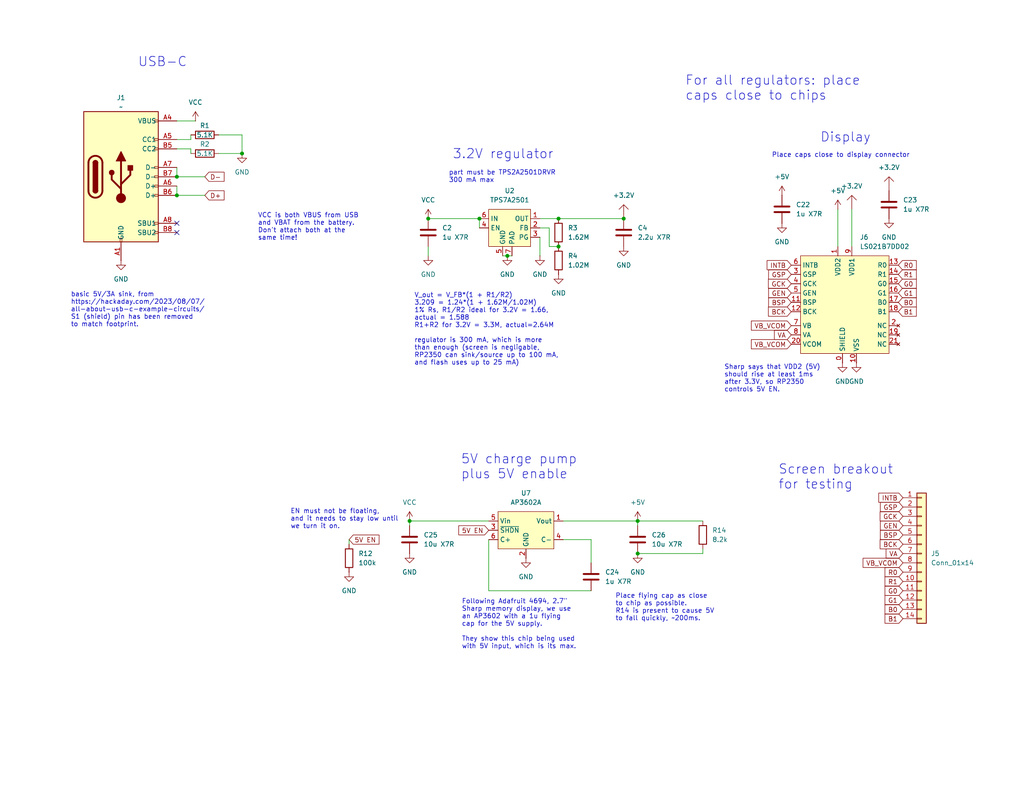
<source format=kicad_sch>
(kicad_sch (version 20250114) (generator "eeschema") (generator_version "9.0")
  (paper "USLetter")
  (lib_symbols
    (symbol "Connector_Generic:Conn_01x14" (pin_names (offset 1.016) (hide yes))
      (property "Reference" "J" (at 0 17.78 0))
      (property "Value" "Conn_01x14" (at 0 -20.32 0))
      (symbol "Conn_01x14_1_1"
        (rectangle (start -1.27 16.51) (end 1.27 -19.05) (stroke (width 0.254)) (fill (type background)))
        (rectangle (start -1.27 15.367) (end 0 15.113) (stroke (width 0.1524)))
        (rectangle (start -1.27 12.827) (end 0 12.573) (stroke (width 0.1524)))
        (rectangle (start -1.27 10.287) (end 0 10.033) (stroke (width 0.1524)))
        (rectangle (start -1.27 7.747) (end 0 7.493) (stroke (width 0.1524)))
        (rectangle (start -1.27 5.207) (end 0 4.953) (stroke (width 0.1524)))
        (rectangle (start -1.27 2.667) (end 0 2.413) (stroke (width 0.1524)))
        (rectangle (start -1.27 0.127) (end 0 -0.127) (stroke (width 0.1524)))
        (rectangle (start -1.27 -2.413) (end 0 -2.667) (stroke (width 0.1524)))
        (rectangle (start -1.27 -4.953) (end 0 -5.207) (stroke (width 0.1524)))
        (rectangle (start -1.27 -7.493) (end 0 -7.747) (stroke (width 0.1524)))
        (rectangle (start -1.27 -10.033) (end 0 -10.287) (stroke (width 0.1524)))
        (rectangle (start -1.27 -12.573) (end 0 -12.827) (stroke (width 0.1524)))
        (rectangle (start -1.27 -15.113) (end 0 -15.367) (stroke (width 0.1524)))
        (rectangle (start -1.27 -17.653) (end 0 -17.907) (stroke (width 0.1524)))
        (pin passive line (at -5.08 15.24 0) (length 3.81) (name "Pin_1") (number "1"))
        (pin passive line (at -5.08 12.7 0) (length 3.81) (name "Pin_2") (number "2"))
        (pin passive line (at -5.08 10.16 0) (length 3.81) (name "Pin_3") (number "3"))
        (pin passive line (at -5.08 7.62 0) (length 3.81) (name "Pin_4") (number "4"))
        (pin passive line (at -5.08 5.08 0) (length 3.81) (name "Pin_5") (number "5"))
        (pin passive line (at -5.08 2.54 0) (length 3.81) (name "Pin_6") (number "6"))
        (pin passive line (at -5.08 0 0) (length 3.81) (name "Pin_7") (number "7"))
        (pin passive line (at -5.08 -2.54 0) (length 3.81) (name "Pin_8") (number "8"))
        (pin passive line (at -5.08 -5.08 0) (length 3.81) (name "Pin_9") (number "9"))
        (pin passive line (at -5.08 -7.62 0) (length 3.81) (name "Pin_10") (number "10"))
        (pin passive line (at -5.08 -10.16 0) (length 3.81) (name "Pin_11") (number "11"))
        (pin passive line (at -5.08 -12.7 0) (length 3.81) (name "Pin_12") (number "12"))
        (pin passive line (at -5.08 -15.24 0) (length 3.81) (name "Pin_13") (number "13"))
        (pin passive line (at -5.08 -17.78 0) (length 3.81) (name "Pin_14") (number "14"))
      )
    )
    (symbol "Device:C" (pin_numbers (hide yes)) (pin_names (offset 0.254))
      (property "Reference" "C" (at 0.635 2.54 0))
      (property "Value" "C" (at 0.635 -2.54 0))
      (symbol "C_0_1"
        (polyline (pts (xy -2.032 0.762) (xy 2.032 0.762)) (stroke (width 0.508)))
        (polyline (pts (xy -2.032 -0.762) (xy 2.032 -0.762)) (stroke (width 0.508)))
      )
      (symbol "C_1_1"
        (pin passive line (at 0 3.81 270) (length 2.794) (name "~") (number "1"))
        (pin passive line (at 0 -3.81 90) (length 2.794) (name "~") (number "2"))
      )
    )
    (symbol "Device:R" (pin_numbers (hide yes)) (pin_names (offset 0))
      (property "Reference" "R" (at 2.032 0 90))
      (property "Value" "R" (at 0 0 90))
      (symbol "R_0_1"
        (rectangle (start -1.016 -2.54) (end 1.016 2.54) (stroke (width 0.254)))
      )
      (symbol "R_1_1"
        (pin passive line (at 0 3.81 270) (length 1.27) (name "~") (number "1"))
        (pin passive line (at 0 -3.81 90) (length 1.27) (name "~") (number "2"))
      )
    )
    (symbol "power:+5V" (power) (pin_numbers (hide yes)) (pin_names (offset 0) (hide yes))
      (property "Value" "+5V" (at 0 3.556 0))
      (symbol "+5V_0_1"
        (polyline (pts (xy -0.762 1.27) (xy 0 2.54)))
        (polyline (pts (xy 0 2.54) (xy 0.762 1.27)))
        (polyline (pts (xy 0 0) (xy 0 2.54)))
      )
      (symbol "+5V_1_1"
        (pin power_in line (at 0 0 90) (length 0) (name "~") (number "1"))
      )
    )
    (symbol "power:GND" (power) (pin_numbers (hide yes)) (pin_names (offset 0) (hide yes))
      (property "Value" "GND" (at 0 -3.81 0))
      (symbol "GND_0_1"
        (polyline (pts (xy 0 0) (xy 0 -1.27) (xy 1.27 -1.27) (xy 0 -2.54) (xy -1.27 -1.27) (xy 0 -1.27)))
      )
      (symbol "GND_1_1"
        (pin power_in line (at 0 0 270) (length 0) (name "~") (number "1"))
      )
    )
    (symbol "power:VCC" (power) (pin_numbers (hide yes)) (pin_names (offset 0) (hide yes))
      (property "Value" "VCC" (at 0 3.556 0))
      (symbol "VCC_0_1"
        (polyline (pts (xy -0.762 1.27) (xy 0 2.54)))
        (polyline (pts (xy 0 2.54) (xy 0.762 1.27)))
        (polyline (pts (xy 0 0) (xy 0 2.54)))
      )
      (symbol "VCC_1_1"
        (pin power_in line (at 0 0 90) (length 0) (name "~") (number "1"))
      )
    )
    (symbol "sharpie-hw:+3.2V" (power)
      (property "Value" "+3.2V" (at 0 0 0))
      (symbol "+3.2V_0_1"
        (polyline (pts (xy 0 0) (xy 0 3.81) (xy -1.27 2.54) (xy 0 3.81) (xy 1.27 2.54)))
      )
      (symbol "+3.2V_1_1"
        (pin power_in line (at 0 0 90) (length 0) (hide yes) (name "+3.2V") (number "1"))
      )
    )
    (symbol "sharpie-hw:AP3602A"
      (property "Reference" "U" (at -6.858 6.35 0))
      (property "Value" "AP3602A" (at 4.064 6.35 0))
      (symbol "AP3602A_1_1"
        (rectangle (start -7.62 5.08) (end 7.62 -5.08) (fill (type background)))
        (pin power_in line (at -10.16 2.54 0) (length 2.54) (name "Vin") (number "5"))
        (pin input line (at -10.16 0 0) (length 2.54) (name "~{SHDN}") (number "3"))
        (pin output line (at -10.16 -2.54 0) (length 2.54) (name "C+") (number "6"))
        (pin power_out line (at 0 -7.62 90) (length 2.54) (name "GND") (number "2"))
        (pin power_out line (at 10.16 2.54 180) (length 2.54) (name "Vout") (number "1"))
        (pin input line (at 10.16 -2.54 180) (length 2.54) (name "C-") (number "4"))
      )
    )
    (symbol "sharpie-hw:LS021B7DD02"
      (property "Reference" "J" (at -11.43 13.97 0))
      (property "Value" "LS021B7DD02" (at 9.398 13.97 0))
      (symbol "LS021B7DD02_1_1"
        (rectangle (start -12.7 12.7) (end 11.43 -13.97) (fill (type background)))
        (pin input line (at -15.24 10.16 0) (length 2.54) (name "INTB") (number "6"))
        (pin input line (at -15.24 7.62 0) (length 2.54) (name "GSP") (number "3"))
        (pin input line (at -15.24 5.08 0) (length 2.54) (name "GCK") (number "4"))
        (pin input line (at -15.24 2.54 0) (length 2.54) (name "GEN") (number "5"))
        (pin input line (at -15.24 0 0) (length 2.54) (name "BSP") (number "11"))
        (pin input line (at -15.24 -2.54 0) (length 2.54) (name "BCK") (number "12"))
        (pin input line (at -15.24 -6.35 0) (length 2.54) (name "VB") (number "7"))
        (pin input line (at -15.24 -8.89 0) (length 2.54) (name "VA") (number "8"))
        (pin input line (at -15.24 -11.43 0) (length 2.54) (name "VCOM") (number "20"))
        (pin power_in line (at -2.54 15.24 270) (length 2.54) (name "VDD2") (number "1"))
        (pin passive line (at -1.27 -16.51 90) (length 2.54) (name "SHIELD") (number "0"))
        (pin power_in line (at 1.27 15.24 270) (length 2.54) (name "VDD1") (number "9"))
        (pin power_out line (at 2.54 -16.51 90) (length 2.54) (name "VSS") (number "10"))
        (pin input line (at 13.97 10.16 180) (length 2.54) (name "R0") (number "13"))
        (pin input line (at 13.97 7.62 180) (length 2.54) (name "R1") (number "14"))
        (pin input line (at 13.97 5.08 180) (length 2.54) (name "G0") (number "15"))
        (pin input line (at 13.97 2.54 180) (length 2.54) (name "G1") (number "16"))
        (pin input line (at 13.97 0 180) (length 2.54) (name "B0") (number "17"))
        (pin input line (at 13.97 -2.54 180) (length 2.54) (name "B1") (number "18"))
        (pin no_connect line (at 13.97 -6.35 180) (length 2.54) (name "NC") (number "2"))
        (pin no_connect line (at 13.97 -8.89 180) (length 2.54) (name "NC") (number "19"))
        (pin no_connect line (at 13.97 -11.43 180) (length 2.54) (name "NC") (number "21"))
      )
    )
    (symbol "sharpie-hw:TPS7A2501"
      (property "Reference" "U" (at -4.318 5.08 0))
      (property "Value" "TPS7A2501" (at 3.556 5.08 0))
      (symbol "TPS7A2501_1_1"
        (rectangle (start -5.08 3.81) (end 6.35 -6.35) (fill (type background)))
        (pin power_in line (at -7.62 1.27 0) (length 2.54) (name "IN") (number "6"))
        (pin input line (at -7.62 -1.27 0) (length 2.54) (name "EN") (number "4"))
        (pin power_out line (at -1.27 -8.89 90) (length 2.54) (name "GND") (number "5"))
        (pin passive line (at 1.27 -8.89 90) (length 2.54) (name "PAD") (number "7"))
        (pin power_out line (at 8.89 1.27 180) (length 2.54) (name "OUT") (number "1"))
        (pin input line (at 8.89 -1.27 180) (length 2.54) (name "FB") (number "2"))
        (pin output line (at 8.89 -3.81 180) (length 2.54) (name "PG") (number "3"))
      )
    )
    (symbol "sharpie-hw:USB_C_Receptacle_USB2.0_16P_NoShield"
      (property "Reference" "J" (at -0.254 23.622 0))
      (property "Value" "USB_C_Receptacle_USB2.0_16P_NoShield" (at 0.508 20.828 0))
      (symbol "USB_C_Receptacle_USB2.0_16P_NoShield_0_0"
        (rectangle (start -0.254 -16.51) (end 0.254 -15.494))
        (rectangle (start 10.16 16.764) (end 9.144 16.256))
        (rectangle (start 10.16 11.684) (end 9.144 11.176))
        (rectangle (start 10.16 9.144) (end 9.144 8.636))
        (rectangle (start 10.16 4.064) (end 9.144 3.556))
        (rectangle (start 10.16 1.524) (end 9.144 1.016))
        (rectangle (start 10.16 -1.016) (end 9.144 -1.524))
        (rectangle (start 10.16 -3.556) (end 9.144 -4.064))
        (rectangle (start 10.16 -11.176) (end 9.144 -11.684))
        (rectangle (start 10.16 -13.716) (end 9.144 -14.224))
      )
      (symbol "USB_C_Receptacle_USB2.0_16P_NoShield_0_1"
        (rectangle (start -10.16 19.05) (end 10.16 -16.51) (stroke (width 0.254)) (fill (type background)))
        (polyline (pts (xy -8.89 -2.54) (xy -8.89 5.08)) (stroke (width 0.508)))
        (rectangle (start -7.62 -2.54) (end -6.35 5.08) (stroke (width 0.254)) (fill (type outline)))
        (arc (start -7.62 5.08) (mid -6.985 5.7123) (end -6.35 5.08) (stroke (width 0.254)))
        (arc (start -7.62 5.08) (mid -6.985 5.7123) (end -6.35 5.08) (stroke (width 0.254)) (fill (type outline)))
        (arc (start -8.89 5.08) (mid -6.985 6.9767) (end -5.08 5.08) (stroke (width 0.508)))
        (arc (start -5.08 -2.54) (mid -6.985 -4.4367) (end -8.89 -2.54) (stroke (width 0.508)))
        (arc (start -6.35 -2.54) (mid -6.985 -3.1723) (end -7.62 -2.54) (stroke (width 0.254)))
        (arc (start -6.35 -2.54) (mid -6.985 -3.1723) (end -7.62 -2.54) (stroke (width 0.254)) (fill (type outline)))
        (polyline (pts (xy -5.08 5.08) (xy -5.08 -2.54)) (stroke (width 0.508)))
        (circle (center -2.54 2.413) (radius 0.635) (stroke (width 0.254)) (fill (type outline)))
        (polyline (pts (xy -1.27 5.588) (xy 0 8.128) (xy 1.27 5.588) (xy -1.27 5.588)) (stroke (width 0.254)) (fill (type outline)))
        (polyline (pts (xy 0 -0.762) (xy 2.54 1.778) (xy 2.54 3.048)) (stroke (width 0.508)))
        (polyline (pts (xy 0 -2.032) (xy -2.54 0.508) (xy -2.54 1.778)) (stroke (width 0.508)))
        (polyline (pts (xy 0 -4.572) (xy 0 5.588)) (stroke (width 0.508)))
        (circle (center 0 -4.572) (radius 1.27) (fill (type outline)))
        (rectangle (start 1.905 3.048) (end 3.175 4.318) (stroke (width 0.254)) (fill (type outline)))
      )
      (symbol "USB_C_Receptacle_USB2.0_16P_NoShield_1_1"
        (pin passive line (at 0 -21.59 90) (length 5.08) (name "GND") (number "A1"))
        (pin passive line (at 0 -21.59 90) (length 5.08) (hide yes) (name "GND") (number "A12"))
        (pin passive line (at 0 -21.59 90) (length 5.08) (hide yes) (name "GND") (number "B1"))
        (pin passive line (at 0 -21.59 90) (length 5.08) (hide yes) (name "GND") (number "B12"))
        (pin passive line (at 15.24 16.51 180) (length 5.08) (name "VBUS") (number "A4"))
        (pin passive line (at 15.24 16.51 180) (length 5.08) (hide yes) (name "VBUS") (number "A9"))
        (pin passive line (at 15.24 16.51 180) (length 5.08) (hide yes) (name "VBUS") (number "B4"))
        (pin passive line (at 15.24 16.51 180) (length 5.08) (hide yes) (name "VBUS") (number "B9"))
        (pin bidirectional line (at 15.24 11.43 180) (length 5.08) (name "CC1") (number "A5"))
        (pin bidirectional line (at 15.24 8.89 180) (length 5.08) (name "CC2") (number "B5"))
        (pin bidirectional line (at 15.24 3.81 180) (length 5.08) (name "D-") (number "A7"))
        (pin bidirectional line (at 15.24 1.27 180) (length 5.08) (name "D-") (number "B7"))
        (pin bidirectional line (at 15.24 -1.27 180) (length 5.08) (name "D+") (number "A6"))
        (pin bidirectional line (at 15.24 -3.81 180) (length 5.08) (name "D+") (number "B6"))
        (pin bidirectional line (at 15.24 -11.43 180) (length 5.08) (name "SBU1") (number "A8"))
        (pin bidirectional line (at 15.24 -13.97 180) (length 5.08) (name "SBU2") (number "B8"))
      )
    )
  )
  (text "basic 5V/3A sink, from\nhttps://hackaday.com/2023/08/07/\nall-about-usb-c-example-circuits/\nS1 (shield) pin has been removed\nto match footprint." (at 19.304 84.582 0) (effects (font (size 1.27 1.27)) (justify left)))
  (text "Place flying cap as close\nto chip as possible.\nR14 is present to cause 5V\nto fall quickly, ~200ms." (at 167.894 165.862 0) (effects (font (size 1.27 1.27)) (justify left)))
  (text "V_out = V_FB*(1 + R1/R2)\n3.209 = 1.24*(1 + 1.62M/1.02M)\n1% Rs, R1/R2 ideal for 3.2V = 1.66,\nactual = 1.588\nR1+R2 for 3.2V = 3.3M, actual=2.64M\n\nregulator is 300 mA, which is more\nthan enough (screen is negligable,\nRP2350 can sink/source up to 100 mA,\nand flash uses up to 25 mA)" (at 113.03 89.916 0) (effects (font (size 1.27 1.27)) (justify left)))
  (text "EN must not be floating,\nand it needs to stay low until\nwe turn it on." (at 79.248 141.732 0) (effects (font (size 1.27 1.27)) (justify left)))
  (text "3.2V regulator" (at 123.444 42.164 0) (effects (font (size 2.54 2.54)) (justify left)))
  (text "Display" (at 223.774 37.592 0) (effects (font (size 2.54 2.54)) (justify left)))
  (text "VCC is both VBUS from USB\nand VBAT from the battery.\nDon't attach both at the\nsame time!" (at 70.358 61.976 0) (effects (font (size 1.27 1.27)) (justify left)))
  (text "Place caps close to display connector" (at 210.566 42.418 0) (effects (font (size 1.27 1.27)) (justify left)))
  (text "For all regulators: place\ncaps close to chips" (at 186.944 24.13 0) (effects (font (size 2.54 2.54)) (justify left)))
  (text "part must be TPS2A2501DRVR\n300 mA max" (at 122.428 48.26 0) (effects (font (size 1.27 1.27)) (justify left)))
  (text "5V charge pump\nplus 5V enable" (at 125.73 127.508 0) (effects (font (size 2.54 2.54)) (justify left)))
  (text "Following Adafruit 4694, 2.7\"\nSharp memory display, we use\nan AP3602 with a 1u flying\ncap for the 5V supply.\n\nThey show this chip being used\nwith 5V input, which is its max." (at 125.984 170.434 0) (effects (font (size 1.27 1.27)) (justify left)))
  (text "Sharp says that VDD2 (5V) \nshould rise at least 1ms \nafter 3.3V, so RP2350 \ncontrols 5V EN." (at 197.612 103.378 0) (effects (font (size 1.27 1.27)) (justify left)))
  (text "Screen breakout\nfor testing" (at 212.344 130.302 0) (effects (font (size 2.54 2.54)) (justify left)))
  (text "USB-C" (at 37.592 17.018 0) (effects (font (size 2.54 2.54)) (justify left)))
  (junction (at 138.43 69.85))
  (junction (at 48.26 53.34))
  (junction (at 111.76 142.24))
  (junction (at 173.99 142.24))
  (junction (at 152.4 67.31))
  (junction (at 48.26 48.26))
  (junction (at 173.99 151.13))
  (junction (at 66.04 41.91))
  (junction (at 170.18 59.69))
  (junction (at 152.4 59.69))
  (junction (at 130.81 59.69))
  (junction (at 116.84 59.69))
  (no_connect (at 48.26 63.5))
  (no_connect (at 48.26 60.96))
  (wire (pts (xy 59.69 36.83) (xy 66.04 36.83)))
  (wire (pts (xy 130.81 59.69) (xy 130.81 62.23)))
  (wire (pts (xy 66.04 36.83) (xy 66.04 41.91)))
  (wire (pts (xy 149.86 62.23) (xy 149.86 67.31)))
  (wire (pts (xy 95.25 147.32) (xy 95.25 148.59)))
  (wire (pts (xy 147.32 59.69) (xy 152.4 59.69)))
  (wire (pts (xy 153.67 147.32) (xy 161.29 147.32)))
  (wire (pts (xy 48.26 48.26) (xy 55.88 48.26)))
  (wire (pts (xy 173.99 143.51) (xy 173.99 142.24)))
  (wire (pts (xy 173.99 142.24) (xy 191.77 142.24)))
  (wire (pts (xy 149.86 67.31) (xy 152.4 67.31)))
  (wire (pts (xy 116.84 67.31) (xy 116.84 69.85)))
  (wire (pts (xy 228.6 67.31) (xy 228.6 57.15)))
  (wire (pts (xy 52.07 40.64) (xy 52.07 41.91)))
  (wire (pts (xy 133.35 161.29) (xy 161.29 161.29)))
  (wire (pts (xy 161.29 147.32) (xy 161.29 153.67)))
  (wire (pts (xy 116.84 59.69) (xy 130.81 59.69)))
  (wire (pts (xy 152.4 59.69) (xy 170.18 59.69)))
  (wire (pts (xy 153.67 142.24) (xy 173.99 142.24)))
  (wire (pts (xy 111.76 142.24) (xy 133.35 142.24)))
  (wire (pts (xy 232.41 57.15) (xy 232.41 67.31)))
  (wire (pts (xy 191.77 149.86) (xy 191.77 151.13)))
  (wire (pts (xy 48.26 50.8) (xy 48.26 53.34)))
  (wire (pts (xy 48.26 45.72) (xy 48.26 48.26)))
  (wire (pts (xy 52.07 38.1) (xy 52.07 36.83)))
  (wire (pts (xy 137.16 69.85) (xy 138.43 69.85)))
  (wire (pts (xy 147.32 62.23) (xy 149.86 62.23)))
  (wire (pts (xy 133.35 147.32) (xy 133.35 161.29)))
  (wire (pts (xy 147.32 64.77) (xy 147.32 69.85)))
  (wire (pts (xy 138.43 69.85) (xy 139.7 69.85)))
  (wire (pts (xy 48.26 38.1) (xy 52.07 38.1)))
  (wire (pts (xy 53.34 33.02) (xy 48.26 33.02)))
  (wire (pts (xy 111.76 142.24) (xy 111.76 143.51)))
  (wire (pts (xy 191.77 151.13) (xy 173.99 151.13)))
  (wire (pts (xy 59.69 41.91) (xy 66.04 41.91)))
  (wire (pts (xy 48.26 40.64) (xy 52.07 40.64)))
  (wire (pts (xy 48.26 53.34) (xy 55.88 53.34)))
  (global_label "B1" (shape input) (at 245.11 85.09 0) (property "Intersheetrefs" "${INTERSHEET_REFS}" (effects (hide yes))))
  (global_label "R1" (shape input) (at 245.11 74.93 0) (property "Intersheetrefs" "${INTERSHEET_REFS}" (effects (hide yes))))
  (global_label "B0" (shape input) (at 245.11 82.55 0) (property "Intersheetrefs" "${INTERSHEET_REFS}" (effects (hide yes))))
  (global_label "INTB" (shape input) (at 215.9 72.39 180) (property "Intersheetrefs" "${INTERSHEET_REFS}" (effects (hide yes))))
  (global_label "GSP" (shape input) (at 215.9 74.93 180) (property "Intersheetrefs" "${INTERSHEET_REFS}" (effects (hide yes))))
  (global_label "G1" (shape input) (at 246.38 163.83 180) (property "Intersheetrefs" "${INTERSHEET_REFS}" (effects (hide yes))))
  (global_label "B0" (shape input) (at 246.38 166.37 180) (property "Intersheetrefs" "${INTERSHEET_REFS}" (effects (hide yes))))
  (global_label "GEN" (shape input) (at 215.9 80.01 180) (property "Intersheetrefs" "${INTERSHEET_REFS}" (effects (hide yes))))
  (global_label "VA" (shape input) (at 215.9 91.44 180) (property "Intersheetrefs" "${INTERSHEET_REFS}" (effects (hide yes))))
  (global_label "VB_VCOM" (shape input) (at 215.9 93.98 180) (property "Intersheetrefs" "${INTERSHEET_REFS}" (effects (hide yes))))
  (global_label "BSP" (shape input) (at 215.9 82.55 180) (property "Intersheetrefs" "${INTERSHEET_REFS}" (effects (hide yes))))
  (global_label "G1" (shape input) (at 245.11 80.01 0) (property "Intersheetrefs" "${INTERSHEET_REFS}" (effects (hide yes))))
  (global_label "BCK" (shape input) (at 215.9 85.09 180) (property "Intersheetrefs" "${INTERSHEET_REFS}" (effects (hide yes))))
  (global_label "R0" (shape input) (at 245.11 72.39 0) (property "Intersheetrefs" "${INTERSHEET_REFS}" (effects (hide yes))))
  (global_label "GCK" (shape input) (at 215.9 77.47 180) (property "Intersheetrefs" "${INTERSHEET_REFS}" (effects (hide yes))))
  (global_label "G0" (shape input) (at 246.38 161.29 180) (property "Intersheetrefs" "${INTERSHEET_REFS}" (effects (hide yes))))
  (global_label "INTB" (shape input) (at 246.38 135.89 180) (property "Intersheetrefs" "${INTERSHEET_REFS}" (effects (hide yes))))
  (global_label "D-" (shape input) (at 55.88 48.26 0) (property "Intersheetrefs" "${INTERSHEET_REFS}" (effects (hide yes))))
  (global_label "BSP" (shape input) (at 246.38 146.05 180) (property "Intersheetrefs" "${INTERSHEET_REFS}" (effects (hide yes))))
  (global_label "B1" (shape input) (at 246.38 168.91 180) (property "Intersheetrefs" "${INTERSHEET_REFS}" (effects (hide yes))))
  (global_label "G0" (shape input) (at 245.11 77.47 0) (property "Intersheetrefs" "${INTERSHEET_REFS}" (effects (hide yes))))
  (global_label "GEN" (shape input) (at 246.38 143.51 180) (property "Intersheetrefs" "${INTERSHEET_REFS}" (effects (hide yes))))
  (global_label "GSP" (shape input) (at 246.38 138.43 180) (property "Intersheetrefs" "${INTERSHEET_REFS}" (effects (hide yes))))
  (global_label "VB_VCOM" (shape input) (at 246.38 153.67 180) (property "Intersheetrefs" "${INTERSHEET_REFS}" (effects (hide yes))))
  (global_label "VA" (shape input) (at 246.38 151.13 180) (property "Intersheetrefs" "${INTERSHEET_REFS}" (effects (hide yes))))
  (global_label "BCK" (shape input) (at 246.38 148.59 180) (property "Intersheetrefs" "${INTERSHEET_REFS}" (effects (hide yes))))
  (global_label "5V EN" (shape input) (at 95.25 147.32 0) (property "Intersheetrefs" "${INTERSHEET_REFS}" (effects (hide yes))))
  (global_label "R1" (shape input) (at 246.38 158.75 180) (property "Intersheetrefs" "${INTERSHEET_REFS}" (effects (hide yes))))
  (global_label "5V EN" (shape input) (at 133.35 144.78 180) (property "Intersheetrefs" "${INTERSHEET_REFS}" (effects (hide yes))))
  (global_label "D+" (shape input) (at 55.88 53.34 0) (property "Intersheetrefs" "${INTERSHEET_REFS}" (effects (hide yes))))
  (global_label "VB_VCOM" (shape input) (at 215.9 88.9 180) (property "Intersheetrefs" "${INTERSHEET_REFS}" (effects (hide yes))))
  (global_label "R0" (shape input) (at 246.38 156.21 180) (property "Intersheetrefs" "${INTERSHEET_REFS}" (effects (hide yes))))
  (global_label "GCK" (shape input) (at 246.38 140.97 180) (property "Intersheetrefs" "${INTERSHEET_REFS}" (effects (hide yes))))
  (symbol (lib_id "Device:C") (at 170.18 63.5 0) (unit 1)
    (property "Reference" "C4" (at 173.99 62.2299 0) (effects (justify left)))
    (property "Value" "2.2u X7R" (at 173.99 64.7699 0) (effects (justify left)))
    (property "Footprint" "Capacitor_SMD:C_0805_2012Metric" (effects (hide yes)))
    (property "Description" "Unpolarized capacitor" (effects (hide yes)))
    (property "JLCPCB Part #" "C377773" (effects (hide yes)))
  )
  (symbol (lib_id "power:+5V") (at 173.99 142.24 0) (unit 1)
    (property "Reference" "#PWR051" (effects (hide yes)))
    (property "Value" "+5V" (at 173.99 137.16 0))
    (property "Description" "Power symbol creates a global label with name \"+5V\"" (effects (hide yes)))
  )
  (symbol (lib_id "sharpie-hw:+3.2V") (at 232.41 57.15 0) (unit 1)
    (property "Reference" "#PWR044" (effects (hide yes)))
    (property "Value" "+3.2V" (at 232.41 50.8 0))
  )
  (symbol (lib_id "power:+5V") (at 228.6 57.15 0) (unit 1)
    (property "Reference" "#PWR042" (effects (hide yes)))
    (property "Value" "+5V" (at 228.6 52.07 0))
    (property "Description" "Power symbol creates a global label with name \"+5V\"" (effects (hide yes)))
  )
  (symbol (lib_id "power:GND") (at 66.04 41.91 0) (unit 1)
    (property "Reference" "#PWR04" (effects (hide yes)))
    (property "Value" "GND" (at 66.04 46.99 0))
    (property "Description" "Power symbol creates a global label with name \"GND\" , ground" (effects (hide yes)))
  )
  (symbol (lib_id "Device:C") (at 161.29 157.48 180) (unit 1)
    (property "Reference" "C24" (at 165.1 156.21 0) (effects (justify right)))
    (property "Value" "1u X7R" (at 165.1 158.7499 0) (effects (justify right)))
    (property "Footprint" "Capacitor_SMD:C_0805_2012Metric" (effects (hide yes)))
    (property "Description" "Unpolarized capacitor" (effects (hide yes)))
    (property "JLCPCB Part #" "C28323" (effects (hide yes)))
  )
  (symbol (lib_id "power:GND") (at 170.18 67.31 0) (unit 1)
    (property "Reference" "#PWR023" (effects (hide yes)))
    (property "Value" "GND" (at 170.18 72.39 0))
    (property "Description" "Power symbol creates a global label with name \"GND\" , ground" (effects (hide yes)))
  )
  (symbol (lib_id "power:GND") (at 173.99 151.13 0) (unit 1)
    (property "Reference" "#PWR049" (effects (hide yes)))
    (property "Value" "GND" (at 173.99 156.21 0))
    (property "Description" "Power symbol creates a global label with name \"GND\" , ground" (effects (hide yes)))
  )
  (symbol (lib_id "power:GND") (at 233.68 99.06 0) (unit 1)
    (property "Reference" "#PWR01" (effects (hide yes)))
    (property "Value" "GND" (at 233.68 104.14 0))
    (property "Description" "Power symbol creates a global label with name \"GND\" , ground" (effects (hide yes)))
  )
  (symbol (lib_id "power:VCC") (at 116.84 59.69 0) (unit 1)
    (property "Reference" "#PWR05" (effects (hide yes)))
    (property "Value" "VCC" (at 116.84 54.61 0))
    (property "Description" "Power symbol creates a global label with name \"VCC\"" (effects (hide yes)))
  )
  (symbol (lib_id "power:GND") (at 143.51 152.4 0) (unit 1)
    (property "Reference" "#PWR046" (effects (hide yes)))
    (property "Value" "GND" (at 143.51 157.48 0))
    (property "Description" "Power symbol creates a global label with name \"GND\" , ground" (effects (hide yes)))
  )
  (symbol (lib_id "power:GND") (at 138.43 69.85 0) (unit 1)
    (property "Reference" "#PWR08" (effects (hide yes)))
    (property "Value" "GND" (at 138.43 74.93 0))
    (property "Description" "Power symbol creates a global label with name \"GND\" , ground" (effects (hide yes)))
  )
  (symbol (lib_id "sharpie-hw:TPS7A2501") (at 138.43 60.96 0) (unit 1)
    (property "Reference" "U2" (at 139.065 52.07 0))
    (property "Value" "TPS7A2501" (at 139.065 54.61 0))
    (property "Footprint" "Package_SON:WSON-6-1EP_2x2mm_P0.65mm_EP1x1.6mm_ThermalVias" (effects (hide yes)))
    (property "JLCPCB Part #" "C2864326" (effects (hide yes)))
  )
  (symbol (lib_id "Device:R") (at 152.4 63.5 0) (unit 1)
    (property "Reference" "R3" (at 154.94 62.2299 0) (effects (justify left)))
    (property "Value" "1.62M" (at 154.94 64.7699 0) (effects (justify left)))
    (property "Footprint" "Resistor_SMD:R_0402_1005Metric" (effects (hide yes)))
    (property "Description" "Resistor" (effects (hide yes)))
    (property "JLCPCB Part #" "C166525" (effects (hide yes)))
  )
  (symbol (lib_id "Device:C") (at 213.36 57.15 0) (unit 1)
    (property "Reference" "C22" (at 217.17 55.8799 0) (effects (justify left)))
    (property "Value" "1u X7R" (at 217.17 58.4199 0) (effects (justify left)))
    (property "Footprint" "Capacitor_SMD:C_0805_2012Metric" (effects (hide yes)))
    (property "Description" "Unpolarized capacitor" (effects (hide yes)))
    (property "JLCPCB Part #" "C28323" (effects (hide yes)))
  )
  (symbol (lib_id "sharpie-hw:+3.2V") (at 170.18 59.69 0) (unit 1)
    (property "Reference" "#PWR012" (effects (hide yes)))
    (property "Value" "+3.2V" (at 170.18 53.34 0))
  )
  (symbol (lib_id "power:GND") (at 33.02 71.12 0) (unit 1)
    (property "Reference" "#PWR02" (effects (hide yes)))
    (property "Value" "GND" (at 33.02 76.2 0))
    (property "Description" "Power symbol creates a global label with name \"GND\" , ground" (effects (hide yes)))
  )
  (symbol (lib_id "power:GND") (at 229.87 99.06 0) (unit 1)
    (property "Reference" "#PWR043" (effects (hide yes)))
    (property "Value" "GND" (at 229.87 104.14 0))
    (property "Description" "Power symbol creates a global label with name \"GND\" , ground" (effects (hide yes)))
  )
  (symbol (lib_id "Device:R") (at 191.77 146.05 0) (unit 1)
    (property "Reference" "R14" (at 194.31 144.7799 0) (effects (justify left)))
    (property "Value" "8.2k" (at 194.31 147.3199 0) (effects (justify left)))
    (property "Footprint" "Resistor_SMD:R_0402_1005Metric" (effects (hide yes)))
    (property "Description" "Resistor" (effects (hide yes)))
    (property "JLCPCB Part #" "C25924" (effects (hide yes)))
  )
  (symbol (lib_id "power:VCC") (at 111.76 142.24 0) (unit 1)
    (property "Reference" "#PWR048" (effects (hide yes)))
    (property "Value" "VCC" (at 111.76 137.16 0))
    (property "Description" "Power symbol creates a global label with name \"VCC\"" (effects (hide yes)))
  )
  (symbol (lib_id "Device:R") (at 95.25 152.4 0) (unit 1)
    (property "Reference" "R12" (at 97.79 151.1299 0) (effects (justify left)))
    (property "Value" "100k" (at 97.79 153.6699 0) (effects (justify left)))
    (property "Footprint" "Resistor_SMD:R_0402_1005Metric" (effects (hide yes)))
    (property "Description" "Resistor" (effects (hide yes)))
    (property "JLCPCB Part #" "C25741" (effects (hide yes)))
  )
  (symbol (lib_id "power:GND") (at 111.76 151.13 0) (unit 1)
    (property "Reference" "#PWR050" (effects (hide yes)))
    (property "Value" "GND" (at 111.76 156.21 0))
    (property "Description" "Power symbol creates a global label with name \"GND\" , ground" (effects (hide yes)))
  )
  (symbol (lib_id "Device:R") (at 152.4 71.12 0) (unit 1)
    (property "Reference" "R4" (at 154.94 69.8499 0) (effects (justify left)))
    (property "Value" "1.02M" (at 154.94 72.3899 0) (effects (justify left)))
    (property "Footprint" "Resistor_SMD:R_0402_1005Metric" (effects (hide yes)))
    (property "Description" "Resistor" (effects (hide yes)))
    (property "JLCPCB Part #" "C26084" (effects (hide yes)))
  )
  (symbol (lib_id "power:GND") (at 152.4 74.93 0) (unit 1)
    (property "Reference" "#PWR09" (effects (hide yes)))
    (property "Value" "GND" (at 152.4 80.01 0))
    (property "Description" "Power symbol creates a global label with name \"GND\" , ground" (effects (hide yes)))
  )
  (symbol (lib_id "sharpie-hw:USB_C_Receptacle_USB2.0_16P_NoShield") (at 33.02 49.53 0) (unit 1)
    (property "Reference" "J1" (at 33.02 26.67 0))
    (property "Value" "~" (at 33.02 29.21 0))
    (property "Footprint" "Sharpie:TYPE-C-31-M-12" (effects (hide yes)))
    (property "JLCPCB Part #" "C165948" (effects (hide yes)))
    (property "FT Position Offset" "0,2.4765" (effects (hide yes)))
  )
  (symbol (lib_id "power:GND") (at 95.25 156.21 0) (unit 1)
    (property "Reference" "#PWR06" (effects (hide yes)))
    (property "Value" "GND" (at 95.25 161.29 0))
    (property "Description" "Power symbol creates a global label with name \"GND\" , ground" (effects (hide yes)))
  )
  (symbol (lib_id "sharpie-hw:LS021B7DD02") (at 231.14 82.55 0) (unit 1)
    (property "Reference" "J6" (at 234.6041 64.77 0) (effects (justify left)))
    (property "Value" "LS021B7DD02" (at 234.6041 67.31 0) (effects (justify left)))
    (property "Footprint" "Sharpie:FPC-SMD_21P-P0.30-503566-2102" (effects (hide yes)))
  )
  (symbol (lib_id "power:GND") (at 116.84 69.85 0) (unit 1)
    (property "Reference" "#PWR067" (effects (hide yes)))
    (property "Value" "GND" (at 116.84 74.93 0))
    (property "Description" "Power symbol creates a global label with name \"GND\" , ground" (effects (hide yes)))
  )
  (symbol (lib_id "sharpie-hw:+3.2V") (at 242.57 52.07 0) (unit 1)
    (property "Reference" "#PWR045" (effects (hide yes)))
    (property "Value" "+3.2V" (at 242.57 45.72 0))
  )
  (symbol (lib_id "power:VCC") (at 53.34 33.02 0) (unit 1)
    (property "Reference" "#PWR047" (effects (hide yes)))
    (property "Value" "VCC" (at 53.34 27.94 0))
    (property "Description" "Power symbol creates a global label with name \"VCC\"" (effects (hide yes)))
  )
  (symbol (lib_id "power:GND") (at 242.57 59.69 0) (unit 1)
    (property "Reference" "#PWR052" (effects (hide yes)))
    (property "Value" "GND" (at 242.57 64.77 0))
    (property "Description" "Power symbol creates a global label with name \"GND\" , ground" (effects (hide yes)))
  )
  (symbol (lib_id "power:GND") (at 213.36 60.96 0) (unit 1)
    (property "Reference" "#PWR041" (effects (hide yes)))
    (property "Value" "GND" (at 213.36 66.04 0))
    (property "Description" "Power symbol creates a global label with name \"GND\" , ground" (effects (hide yes)))
  )
  (symbol (lib_id "Device:R") (at 55.88 36.83 90) (unit 1)
    (property "Reference" "R1" (at 55.88 34.29 90))
    (property "Value" "5.1K" (at 55.88 36.83 90))
    (property "Footprint" "Resistor_SMD:R_0402_1005Metric" (effects (hide yes)))
    (property "Description" "Resistor" (effects (hide yes)))
    (property "JLCPCB Part #" "C25905" (effects (hide yes)))
  )
  (symbol (lib_id "Device:C") (at 116.84 63.5 0) (unit 1)
    (property "Reference" "C2" (at 120.65 62.2299 0) (effects (justify left)))
    (property "Value" "1u X7R" (at 120.65 64.7699 0) (effects (justify left)))
    (property "Footprint" "Capacitor_SMD:C_0805_2012Metric" (effects (hide yes)))
    (property "Description" "Unpolarized capacitor" (effects (hide yes)))
    (property "JLCPCB Part #" "C28323" (effects (hide yes)))
  )
  (symbol (lib_id "Device:C") (at 111.76 147.32 0) (unit 1)
    (property "Reference" "C25" (at 115.57 146.0499 0) (effects (justify left)))
    (property "Value" "10u X7R" (at 115.57 148.5899 0) (effects (justify left)))
    (property "Footprint" "Capacitor_SMD:C_0805_2012Metric" (effects (hide yes)))
    (property "Description" "Unpolarized capacitor" (effects (hide yes)))
    (property "JLCPCB Part #" "C15850" (effects (hide yes)))
  )
  (symbol (lib_id "Connector_Generic:Conn_01x14") (at 251.46 151.13 0) (unit 1)
    (property "Reference" "J5" (at 254 151.1299 0) (effects (justify left)))
    (property "Value" "Conn_01x14" (at 254 153.6699 0) (effects (justify left)))
    (property "Footprint" "Connector_PinHeader_2.54mm:PinHeader_1x14_P2.54mm_Vertical" (effects (hide yes)))
    (property "Description" "Generic connector, single row, 01x14, script generated (kicad-library-utils/schlib/autogen/connector/)" (effects (hide yes)))
  )
  (symbol (lib_id "sharpie-hw:AP3602A") (at 143.51 144.78 0) (unit 1)
    (property "Reference" "U7" (at 143.51 134.62 0))
    (property "Value" "AP3602A" (at 143.51 137.16 0))
    (property "Footprint" "Package_TO_SOT_SMD:SOT-23-6" (effects (hide yes)))
    (property "JLCPCB Part #" "C460358" (effects (hide yes)))
  )
  (symbol (lib_id "Device:C") (at 242.57 55.88 0) (unit 1)
    (property "Reference" "C23" (at 246.38 54.6099 0) (effects (justify left)))
    (property "Value" "1u X7R" (at 246.38 57.1499 0) (effects (justify left)))
    (property "Footprint" "Capacitor_SMD:C_0805_2012Metric" (effects (hide yes)))
    (property "Description" "Unpolarized capacitor" (effects (hide yes)))
    (property "JLCPCB Part #" "C28323" (effects (hide yes)))
  )
  (symbol (lib_id "Device:R") (at 55.88 41.91 90) (unit 1)
    (property "Reference" "R2" (at 55.88 39.37 90))
    (property "Value" "5.1K" (at 55.88 41.91 90))
    (property "Footprint" "Resistor_SMD:R_0402_1005Metric" (effects (hide yes)))
    (property "Description" "Resistor" (effects (hide yes)))
    (property "JLCPCB Part #" "C25905" (effects (hide yes)))
  )
  (symbol (lib_id "Device:C") (at 173.99 147.32 0) (unit 1)
    (property "Reference" "C26" (at 177.8 146.0499 0) (effects (justify left)))
    (property "Value" "10u X7R" (at 177.8 148.5899 0) (effects (justify left)))
    (property "Footprint" "Capacitor_SMD:C_0805_2012Metric" (effects (hide yes)))
    (property "Description" "Unpolarized capacitor" (effects (hide yes)))
    (property "JLCPCB Part #" "C15850" (effects (hide yes)))
  )
  (symbol (lib_id "power:GND") (at 147.32 69.85 0) (unit 1)
    (property "Reference" "#PWR068" (effects (hide yes)))
    (property "Value" "GND" (at 147.32 74.93 0))
    (property "Description" "Power symbol creates a global label with name \"GND\" , ground" (effects (hide yes)))
  )
  (symbol (lib_id "power:+5V") (at 213.36 53.34 0) (unit 1)
    (property "Reference" "#PWR040" (effects (hide yes)))
    (property "Value" "+5V" (at 213.36 48.26 0))
    (property "Description" "Power symbol creates a global label with name \"+5V\"" (effects (hide yes)))
  )
)
</source>
